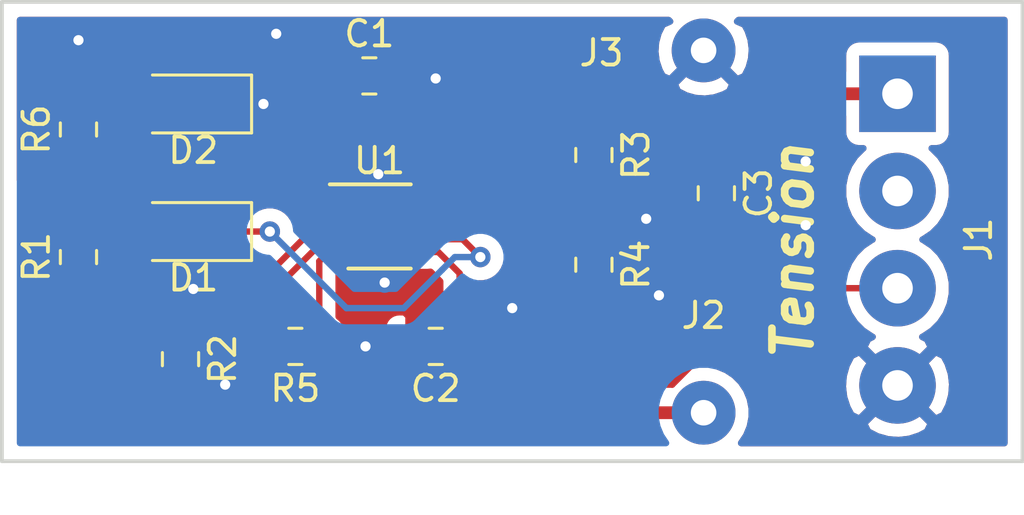
<source format=kicad_pcb>
(kicad_pcb (version 20171130) (host pcbnew "(5.1.0)-1")

  (general
    (thickness 1.6)
    (drawings 5)
    (tracks 86)
    (zones 0)
    (modules 15)
    (nets 14)
  )

  (page A4)
  (layers
    (0 F.Cu signal)
    (31 B.Cu signal)
    (32 B.Adhes user)
    (33 F.Adhes user)
    (34 B.Paste user)
    (35 F.Paste user)
    (36 B.SilkS user)
    (37 F.SilkS user)
    (38 B.Mask user)
    (39 F.Mask user)
    (40 Dwgs.User user)
    (41 Cmts.User user)
    (42 Eco1.User user)
    (43 Eco2.User user)
    (44 Edge.Cuts user)
    (45 Margin user)
    (46 B.CrtYd user)
    (47 F.CrtYd user)
    (48 B.Fab user)
    (49 F.Fab user)
  )

  (setup
    (last_trace_width 0.25)
    (trace_clearance 0.2)
    (zone_clearance 0.508)
    (zone_45_only no)
    (trace_min 0.2)
    (via_size 0.8)
    (via_drill 0.4)
    (via_min_size 0.4)
    (via_min_drill 0.3)
    (uvia_size 0.3)
    (uvia_drill 0.1)
    (uvias_allowed no)
    (uvia_min_size 0.2)
    (uvia_min_drill 0.1)
    (edge_width 0.05)
    (segment_width 0.2)
    (pcb_text_width 0.3)
    (pcb_text_size 1.5 1.5)
    (mod_edge_width 0.12)
    (mod_text_size 1 1)
    (mod_text_width 0.15)
    (pad_size 1.524 1.524)
    (pad_drill 0.762)
    (pad_to_mask_clearance 0.051)
    (solder_mask_min_width 0.25)
    (aux_axis_origin 0 0)
    (visible_elements 7FFFFFFF)
    (pcbplotparams
      (layerselection 0x010fc_ffffffff)
      (usegerberextensions false)
      (usegerberattributes false)
      (usegerberadvancedattributes false)
      (creategerberjobfile false)
      (excludeedgelayer true)
      (linewidth 0.100000)
      (plotframeref false)
      (viasonmask false)
      (mode 1)
      (useauxorigin false)
      (hpglpennumber 1)
      (hpglpenspeed 20)
      (hpglpendiameter 15.000000)
      (psnegative false)
      (psa4output false)
      (plotreference true)
      (plotvalue true)
      (plotinvisibletext false)
      (padsonsilk false)
      (subtractmaskfromsilk false)
      (outputformat 1)
      (mirror false)
      (drillshape 0)
      (scaleselection 1)
      (outputdirectory "Gerber/"))
  )

  (net 0 "")
  (net 1 GND)
  (net 2 "Net-(D1-Pad2)")
  (net 3 "Net-(R4-Pad2)")
  (net 4 "Net-(R5-Pad2)")
  (net 5 "Net-(J1-Pad2)")
  (net 6 /Vbat)
  (net 7 "Net-(D2-Pad2)")
  (net 8 /Vsupply)
  (net 9 /NTC)
  (net 10 /VFB)
  (net 11 /Timer)
  (net 12 /CHRG)
  (net 13 /I_prog)

  (net_class Default "This is the default net class."
    (clearance 0.2)
    (trace_width 0.25)
    (via_dia 0.8)
    (via_drill 0.4)
    (uvia_dia 0.3)
    (uvia_drill 0.1)
    (add_net /CHRG)
    (add_net /I_prog)
    (add_net /NTC)
    (add_net /Timer)
    (add_net /VFB)
    (add_net /Vbat)
    (add_net /Vsupply)
    (add_net GND)
    (add_net "Net-(D1-Pad2)")
    (add_net "Net-(D2-Pad2)")
    (add_net "Net-(J1-Pad2)")
    (add_net "Net-(R4-Pad2)")
    (add_net "Net-(R5-Pad2)")
  )

  (module LED_SMD:LED_1206_3216Metric (layer F.Cu) (tedit 5B301BBE) (tstamp 5CE0AAC2)
    (at 147.5 68.5 180)
    (descr "LED SMD 1206 (3216 Metric), square (rectangular) end terminal, IPC_7351 nominal, (Body size source: http://www.tortai-tech.com/upload/download/2011102023233369053.pdf), generated with kicad-footprint-generator")
    (tags diode)
    (path /5C95F01C)
    (attr smd)
    (fp_text reference D1 (at 0 -1.82 180) (layer F.SilkS)
      (effects (font (size 1 1) (thickness 0.15)))
    )
    (fp_text value LED (at 0 1.82 180) (layer F.Fab)
      (effects (font (size 1 1) (thickness 0.15)))
    )
    (fp_text user %R (at 0 0 180) (layer F.Fab)
      (effects (font (size 0.8 0.8) (thickness 0.12)))
    )
    (fp_line (start 2.28 1.12) (end -2.28 1.12) (layer F.CrtYd) (width 0.05))
    (fp_line (start 2.28 -1.12) (end 2.28 1.12) (layer F.CrtYd) (width 0.05))
    (fp_line (start -2.28 -1.12) (end 2.28 -1.12) (layer F.CrtYd) (width 0.05))
    (fp_line (start -2.28 1.12) (end -2.28 -1.12) (layer F.CrtYd) (width 0.05))
    (fp_line (start -2.285 1.135) (end 1.6 1.135) (layer F.SilkS) (width 0.12))
    (fp_line (start -2.285 -1.135) (end -2.285 1.135) (layer F.SilkS) (width 0.12))
    (fp_line (start 1.6 -1.135) (end -2.285 -1.135) (layer F.SilkS) (width 0.12))
    (fp_line (start 1.6 0.8) (end 1.6 -0.8) (layer F.Fab) (width 0.1))
    (fp_line (start -1.6 0.8) (end 1.6 0.8) (layer F.Fab) (width 0.1))
    (fp_line (start -1.6 -0.4) (end -1.6 0.8) (layer F.Fab) (width 0.1))
    (fp_line (start -1.2 -0.8) (end -1.6 -0.4) (layer F.Fab) (width 0.1))
    (fp_line (start 1.6 -0.8) (end -1.2 -0.8) (layer F.Fab) (width 0.1))
    (pad 2 smd roundrect (at 1.4 0 180) (size 1.25 1.75) (layers F.Cu F.Paste F.Mask) (roundrect_rratio 0.2)
      (net 2 "Net-(D1-Pad2)"))
    (pad 1 smd roundrect (at -1.4 0 180) (size 1.25 1.75) (layers F.Cu F.Paste F.Mask) (roundrect_rratio 0.2)
      (net 12 /CHRG))
    (model ${KISYS3DMOD}/LED_SMD.3dshapes/LED_1206_3216Metric.wrl
      (at (xyz 0 0 0))
      (scale (xyz 1 1 1))
      (rotate (xyz 0 0 0))
    )
  )

  (module Resistor_SMD:R_0805_2012Metric (layer F.Cu) (tedit 5B36C52B) (tstamp 5CE09A90)
    (at 143 64.5 90)
    (descr "Resistor SMD 0805 (2012 Metric), square (rectangular) end terminal, IPC_7351 nominal, (Body size source: https://docs.google.com/spreadsheets/d/1BsfQQcO9C6DZCsRaXUlFlo91Tg2WpOkGARC1WS5S8t0/edit?usp=sharing), generated with kicad-footprint-generator")
    (tags resistor)
    (path /5CE2A075)
    (attr smd)
    (fp_text reference R6 (at 0 -1.65 90) (layer F.SilkS)
      (effects (font (size 1 1) (thickness 0.15)))
    )
    (fp_text value 5.23K (at 0 1.65 90) (layer F.Fab)
      (effects (font (size 1 1) (thickness 0.15)))
    )
    (fp_text user %R (at 0 0 90) (layer F.Fab)
      (effects (font (size 0.5 0.5) (thickness 0.08)))
    )
    (fp_line (start 1.68 0.95) (end -1.68 0.95) (layer F.CrtYd) (width 0.05))
    (fp_line (start 1.68 -0.95) (end 1.68 0.95) (layer F.CrtYd) (width 0.05))
    (fp_line (start -1.68 -0.95) (end 1.68 -0.95) (layer F.CrtYd) (width 0.05))
    (fp_line (start -1.68 0.95) (end -1.68 -0.95) (layer F.CrtYd) (width 0.05))
    (fp_line (start -0.258578 0.71) (end 0.258578 0.71) (layer F.SilkS) (width 0.12))
    (fp_line (start -0.258578 -0.71) (end 0.258578 -0.71) (layer F.SilkS) (width 0.12))
    (fp_line (start 1 0.6) (end -1 0.6) (layer F.Fab) (width 0.1))
    (fp_line (start 1 -0.6) (end 1 0.6) (layer F.Fab) (width 0.1))
    (fp_line (start -1 -0.6) (end 1 -0.6) (layer F.Fab) (width 0.1))
    (fp_line (start -1 0.6) (end -1 -0.6) (layer F.Fab) (width 0.1))
    (pad 2 smd roundrect (at 0.9375 0 90) (size 0.975 1.4) (layers F.Cu F.Paste F.Mask) (roundrect_rratio 0.25)
      (net 7 "Net-(D2-Pad2)"))
    (pad 1 smd roundrect (at -0.9375 0 90) (size 0.975 1.4) (layers F.Cu F.Paste F.Mask) (roundrect_rratio 0.25)
      (net 8 /Vsupply))
    (model ${KISYS3DMOD}/Resistor_SMD.3dshapes/R_0805_2012Metric.wrl
      (at (xyz 0 0 0))
      (scale (xyz 1 1 1))
      (rotate (xyz 0 0 0))
    )
  )

  (module LED_SMD:LED_1206_3216Metric (layer F.Cu) (tedit 5B301BBE) (tstamp 5CE099A3)
    (at 147.5 63.5 180)
    (descr "LED SMD 1206 (3216 Metric), square (rectangular) end terminal, IPC_7351 nominal, (Body size source: http://www.tortai-tech.com/upload/download/2011102023233369053.pdf), generated with kicad-footprint-generator")
    (tags diode)
    (path /5CE2A06F)
    (attr smd)
    (fp_text reference D2 (at 0 -1.82 180) (layer F.SilkS)
      (effects (font (size 1 1) (thickness 0.15)))
    )
    (fp_text value LED (at 0 1.82 180) (layer F.Fab)
      (effects (font (size 1 1) (thickness 0.15)))
    )
    (fp_text user %R (at 0 0 180) (layer F.Fab)
      (effects (font (size 0.8 0.8) (thickness 0.12)))
    )
    (fp_line (start 2.28 1.12) (end -2.28 1.12) (layer F.CrtYd) (width 0.05))
    (fp_line (start 2.28 -1.12) (end 2.28 1.12) (layer F.CrtYd) (width 0.05))
    (fp_line (start -2.28 -1.12) (end 2.28 -1.12) (layer F.CrtYd) (width 0.05))
    (fp_line (start -2.28 1.12) (end -2.28 -1.12) (layer F.CrtYd) (width 0.05))
    (fp_line (start -2.285 1.135) (end 1.6 1.135) (layer F.SilkS) (width 0.12))
    (fp_line (start -2.285 -1.135) (end -2.285 1.135) (layer F.SilkS) (width 0.12))
    (fp_line (start 1.6 -1.135) (end -2.285 -1.135) (layer F.SilkS) (width 0.12))
    (fp_line (start 1.6 0.8) (end 1.6 -0.8) (layer F.Fab) (width 0.1))
    (fp_line (start -1.6 0.8) (end 1.6 0.8) (layer F.Fab) (width 0.1))
    (fp_line (start -1.6 -0.4) (end -1.6 0.8) (layer F.Fab) (width 0.1))
    (fp_line (start -1.2 -0.8) (end -1.6 -0.4) (layer F.Fab) (width 0.1))
    (fp_line (start 1.6 -0.8) (end -1.2 -0.8) (layer F.Fab) (width 0.1))
    (pad 2 smd roundrect (at 1.4 0 180) (size 1.25 1.75) (layers F.Cu F.Paste F.Mask) (roundrect_rratio 0.2)
      (net 7 "Net-(D2-Pad2)"))
    (pad 1 smd roundrect (at -1.4 0 180) (size 1.25 1.75) (layers F.Cu F.Paste F.Mask) (roundrect_rratio 0.2)
      (net 1 GND))
    (model ${KISYS3DMOD}/LED_SMD.3dshapes/LED_1206_3216Metric.wrl
      (at (xyz 0 0 0))
      (scale (xyz 1 1 1))
      (rotate (xyz 0 0 0))
    )
  )

  (module Connector_Wire:SolderWirePad_1x04_P3.81mm_Drill1.2mm (layer F.Cu) (tedit 5AEE5FD1) (tstamp 5CE096CA)
    (at 175.1 63.1 270)
    (descr "Wire solder connection")
    (tags connector)
    (path /5CE09832)
    (attr virtual)
    (fp_text reference J1 (at 5.715 -3.175 270) (layer F.SilkS)
      (effects (font (size 1 1) (thickness 0.15)))
    )
    (fp_text value Conn_01x04 (at 5.715 3.175 270) (layer F.Fab)
      (effects (font (size 1 1) (thickness 0.15)))
    )
    (fp_line (start 13.43 2) (end -1.99 2) (layer F.CrtYd) (width 0.05))
    (fp_line (start 13.43 2) (end 13.43 -2) (layer F.CrtYd) (width 0.05))
    (fp_line (start -1.99 -2) (end -1.99 2) (layer F.CrtYd) (width 0.05))
    (fp_line (start -1.99 -2) (end 13.43 -2) (layer F.CrtYd) (width 0.05))
    (fp_text user %R (at 5.715 0 270) (layer F.Fab)
      (effects (font (size 1 1) (thickness 0.15)))
    )
    (pad 4 thru_hole circle (at 11.43 0 270) (size 2.99974 2.99974) (drill 1.19888) (layers *.Cu *.Mask)
      (net 1 GND))
    (pad 3 thru_hole circle (at 7.62 0 270) (size 2.99974 2.99974) (drill 1.19888) (layers *.Cu *.Mask)
      (net 9 /NTC))
    (pad 2 thru_hole circle (at 3.81 0 270) (size 2.99974 2.99974) (drill 1.19888) (layers *.Cu *.Mask)
      (net 5 "Net-(J1-Pad2)"))
    (pad 1 thru_hole rect (at 0 0 270) (size 2.99974 2.99974) (drill 1.19888) (layers *.Cu *.Mask)
      (net 6 /Vbat))
  )

  (module Capacitor_SMD:C_0805_2012Metric (layer F.Cu) (tedit 5B36C52B) (tstamp 5CE08ECE)
    (at 154.4 62.4)
    (descr "Capacitor SMD 0805 (2012 Metric), square (rectangular) end terminal, IPC_7351 nominal, (Body size source: https://docs.google.com/spreadsheets/d/1BsfQQcO9C6DZCsRaXUlFlo91Tg2WpOkGARC1WS5S8t0/edit?usp=sharing), generated with kicad-footprint-generator")
    (tags capacitor)
    (path /5C958815)
    (attr smd)
    (fp_text reference C1 (at 0 -1.65) (layer F.SilkS)
      (effects (font (size 1 1) (thickness 0.15)))
    )
    (fp_text value 1uF (at 0 1.65) (layer F.Fab)
      (effects (font (size 1 1) (thickness 0.15)))
    )
    (fp_text user %R (at 0 0) (layer F.Fab)
      (effects (font (size 0.5 0.5) (thickness 0.08)))
    )
    (fp_line (start 1.68 0.95) (end -1.68 0.95) (layer F.CrtYd) (width 0.05))
    (fp_line (start 1.68 -0.95) (end 1.68 0.95) (layer F.CrtYd) (width 0.05))
    (fp_line (start -1.68 -0.95) (end 1.68 -0.95) (layer F.CrtYd) (width 0.05))
    (fp_line (start -1.68 0.95) (end -1.68 -0.95) (layer F.CrtYd) (width 0.05))
    (fp_line (start -0.258578 0.71) (end 0.258578 0.71) (layer F.SilkS) (width 0.12))
    (fp_line (start -0.258578 -0.71) (end 0.258578 -0.71) (layer F.SilkS) (width 0.12))
    (fp_line (start 1 0.6) (end -1 0.6) (layer F.Fab) (width 0.1))
    (fp_line (start 1 -0.6) (end 1 0.6) (layer F.Fab) (width 0.1))
    (fp_line (start -1 -0.6) (end 1 -0.6) (layer F.Fab) (width 0.1))
    (fp_line (start -1 0.6) (end -1 -0.6) (layer F.Fab) (width 0.1))
    (pad 2 smd roundrect (at 0.9375 0) (size 0.975 1.4) (layers F.Cu F.Paste F.Mask) (roundrect_rratio 0.25)
      (net 1 GND))
    (pad 1 smd roundrect (at -0.9375 0) (size 0.975 1.4) (layers F.Cu F.Paste F.Mask) (roundrect_rratio 0.25)
      (net 8 /Vsupply))
    (model ${KISYS3DMOD}/Capacitor_SMD.3dshapes/C_0805_2012Metric.wrl
      (at (xyz 0 0 0))
      (scale (xyz 1 1 1))
      (rotate (xyz 0 0 0))
    )
  )

  (module Capacitor_SMD:C_0805_2012Metric (layer F.Cu) (tedit 5B36C52B) (tstamp 5CE0921B)
    (at 157 73 180)
    (descr "Capacitor SMD 0805 (2012 Metric), square (rectangular) end terminal, IPC_7351 nominal, (Body size source: https://docs.google.com/spreadsheets/d/1BsfQQcO9C6DZCsRaXUlFlo91Tg2WpOkGARC1WS5S8t0/edit?usp=sharing), generated with kicad-footprint-generator")
    (tags capacitor)
    (path /5C9693EA)
    (attr smd)
    (fp_text reference C2 (at 0 -1.65 180) (layer F.SilkS)
      (effects (font (size 1 1) (thickness 0.15)))
    )
    (fp_text value .22uF (at 0 1.65 270) (layer F.Fab)
      (effects (font (size 1 1) (thickness 0.15)))
    )
    (fp_text user %R (at 0 0 180) (layer F.Fab)
      (effects (font (size 0.5 0.5) (thickness 0.08)))
    )
    (fp_line (start 1.68 0.95) (end -1.68 0.95) (layer F.CrtYd) (width 0.05))
    (fp_line (start 1.68 -0.95) (end 1.68 0.95) (layer F.CrtYd) (width 0.05))
    (fp_line (start -1.68 -0.95) (end 1.68 -0.95) (layer F.CrtYd) (width 0.05))
    (fp_line (start -1.68 0.95) (end -1.68 -0.95) (layer F.CrtYd) (width 0.05))
    (fp_line (start -0.258578 0.71) (end 0.258578 0.71) (layer F.SilkS) (width 0.12))
    (fp_line (start -0.258578 -0.71) (end 0.258578 -0.71) (layer F.SilkS) (width 0.12))
    (fp_line (start 1 0.6) (end -1 0.6) (layer F.Fab) (width 0.1))
    (fp_line (start 1 -0.6) (end 1 0.6) (layer F.Fab) (width 0.1))
    (fp_line (start -1 -0.6) (end 1 -0.6) (layer F.Fab) (width 0.1))
    (fp_line (start -1 0.6) (end -1 -0.6) (layer F.Fab) (width 0.1))
    (pad 2 smd roundrect (at 0.9375 0 180) (size 0.975 1.4) (layers F.Cu F.Paste F.Mask) (roundrect_rratio 0.25)
      (net 1 GND))
    (pad 1 smd roundrect (at -0.9375 0 180) (size 0.975 1.4) (layers F.Cu F.Paste F.Mask) (roundrect_rratio 0.25)
      (net 11 /Timer))
    (model ${KISYS3DMOD}/Capacitor_SMD.3dshapes/C_0805_2012Metric.wrl
      (at (xyz 0 0 0))
      (scale (xyz 1 1 1))
      (rotate (xyz 0 0 0))
    )
  )

  (module Resistor_SMD:R_0805_2012Metric (layer F.Cu) (tedit 5B36C52B) (tstamp 5CE0ABD0)
    (at 143 69.5 90)
    (descr "Resistor SMD 0805 (2012 Metric), square (rectangular) end terminal, IPC_7351 nominal, (Body size source: https://docs.google.com/spreadsheets/d/1BsfQQcO9C6DZCsRaXUlFlo91Tg2WpOkGARC1WS5S8t0/edit?usp=sharing), generated with kicad-footprint-generator")
    (tags resistor)
    (path /5C9634A2)
    (attr smd)
    (fp_text reference R1 (at 0 -1.65 90) (layer F.SilkS)
      (effects (font (size 1 1) (thickness 0.15)))
    )
    (fp_text value 5.6K (at 0 1.65 90) (layer F.Fab)
      (effects (font (size 1 1) (thickness 0.15)))
    )
    (fp_text user %R (at 0 0 90) (layer F.Fab)
      (effects (font (size 0.5 0.5) (thickness 0.08)))
    )
    (fp_line (start 1.68 0.95) (end -1.68 0.95) (layer F.CrtYd) (width 0.05))
    (fp_line (start 1.68 -0.95) (end 1.68 0.95) (layer F.CrtYd) (width 0.05))
    (fp_line (start -1.68 -0.95) (end 1.68 -0.95) (layer F.CrtYd) (width 0.05))
    (fp_line (start -1.68 0.95) (end -1.68 -0.95) (layer F.CrtYd) (width 0.05))
    (fp_line (start -0.258578 0.71) (end 0.258578 0.71) (layer F.SilkS) (width 0.12))
    (fp_line (start -0.258578 -0.71) (end 0.258578 -0.71) (layer F.SilkS) (width 0.12))
    (fp_line (start 1 0.6) (end -1 0.6) (layer F.Fab) (width 0.1))
    (fp_line (start 1 -0.6) (end 1 0.6) (layer F.Fab) (width 0.1))
    (fp_line (start -1 -0.6) (end 1 -0.6) (layer F.Fab) (width 0.1))
    (fp_line (start -1 0.6) (end -1 -0.6) (layer F.Fab) (width 0.1))
    (pad 2 smd roundrect (at 0.9375 0 90) (size 0.975 1.4) (layers F.Cu F.Paste F.Mask) (roundrect_rratio 0.25)
      (net 2 "Net-(D1-Pad2)"))
    (pad 1 smd roundrect (at -0.9375 0 90) (size 0.975 1.4) (layers F.Cu F.Paste F.Mask) (roundrect_rratio 0.25)
      (net 8 /Vsupply))
    (model ${KISYS3DMOD}/Resistor_SMD.3dshapes/R_0805_2012Metric.wrl
      (at (xyz 0 0 0))
      (scale (xyz 1 1 1))
      (rotate (xyz 0 0 0))
    )
  )

  (module Resistor_SMD:R_0805_2012Metric (layer F.Cu) (tedit 5B36C52B) (tstamp 5CE0AC43)
    (at 147 73.5 270)
    (descr "Resistor SMD 0805 (2012 Metric), square (rectangular) end terminal, IPC_7351 nominal, (Body size source: https://docs.google.com/spreadsheets/d/1BsfQQcO9C6DZCsRaXUlFlo91Tg2WpOkGARC1WS5S8t0/edit?usp=sharing), generated with kicad-footprint-generator")
    (tags resistor)
    (path /5C9623D2)
    (attr smd)
    (fp_text reference R2 (at 0 -1.65 270) (layer F.SilkS)
      (effects (font (size 1 1) (thickness 0.15)))
    )
    (fp_text value 3K (at 0 1.65 270) (layer F.Fab)
      (effects (font (size 1 1) (thickness 0.15)))
    )
    (fp_text user %R (at 0 0 90) (layer F.Fab)
      (effects (font (size 0.5 0.5) (thickness 0.08)))
    )
    (fp_line (start 1.68 0.95) (end -1.68 0.95) (layer F.CrtYd) (width 0.05))
    (fp_line (start 1.68 -0.95) (end 1.68 0.95) (layer F.CrtYd) (width 0.05))
    (fp_line (start -1.68 -0.95) (end 1.68 -0.95) (layer F.CrtYd) (width 0.05))
    (fp_line (start -1.68 0.95) (end -1.68 -0.95) (layer F.CrtYd) (width 0.05))
    (fp_line (start -0.258578 0.71) (end 0.258578 0.71) (layer F.SilkS) (width 0.12))
    (fp_line (start -0.258578 -0.71) (end 0.258578 -0.71) (layer F.SilkS) (width 0.12))
    (fp_line (start 1 0.6) (end -1 0.6) (layer F.Fab) (width 0.1))
    (fp_line (start 1 -0.6) (end 1 0.6) (layer F.Fab) (width 0.1))
    (fp_line (start -1 -0.6) (end 1 -0.6) (layer F.Fab) (width 0.1))
    (fp_line (start -1 0.6) (end -1 -0.6) (layer F.Fab) (width 0.1))
    (pad 2 smd roundrect (at 0.9375 0 270) (size 0.975 1.4) (layers F.Cu F.Paste F.Mask) (roundrect_rratio 0.25)
      (net 1 GND))
    (pad 1 smd roundrect (at -0.9375 0 270) (size 0.975 1.4) (layers F.Cu F.Paste F.Mask) (roundrect_rratio 0.25)
      (net 13 /I_prog))
    (model ${KISYS3DMOD}/Resistor_SMD.3dshapes/R_0805_2012Metric.wrl
      (at (xyz 0 0 0))
      (scale (xyz 1 1 1))
      (rotate (xyz 0 0 0))
    )
  )

  (module Resistor_SMD:R_0805_2012Metric (layer F.Cu) (tedit 5B36C52B) (tstamp 5CE0B1C9)
    (at 163.2 65.5 270)
    (descr "Resistor SMD 0805 (2012 Metric), square (rectangular) end terminal, IPC_7351 nominal, (Body size source: https://docs.google.com/spreadsheets/d/1BsfQQcO9C6DZCsRaXUlFlo91Tg2WpOkGARC1WS5S8t0/edit?usp=sharing), generated with kicad-footprint-generator")
    (tags resistor)
    (path /5C95D10C)
    (attr smd)
    (fp_text reference R3 (at 0 -1.65 270) (layer F.SilkS)
      (effects (font (size 1 1) (thickness 0.15)))
    )
    (fp_text value 2.55M (at 0 1.65 270) (layer F.Fab)
      (effects (font (size 1 1) (thickness 0.15)))
    )
    (fp_text user %R (at 0 0 270) (layer F.Fab)
      (effects (font (size 0.5 0.5) (thickness 0.08)))
    )
    (fp_line (start 1.68 0.95) (end -1.68 0.95) (layer F.CrtYd) (width 0.05))
    (fp_line (start 1.68 -0.95) (end 1.68 0.95) (layer F.CrtYd) (width 0.05))
    (fp_line (start -1.68 -0.95) (end 1.68 -0.95) (layer F.CrtYd) (width 0.05))
    (fp_line (start -1.68 0.95) (end -1.68 -0.95) (layer F.CrtYd) (width 0.05))
    (fp_line (start -0.258578 0.71) (end 0.258578 0.71) (layer F.SilkS) (width 0.12))
    (fp_line (start -0.258578 -0.71) (end 0.258578 -0.71) (layer F.SilkS) (width 0.12))
    (fp_line (start 1 0.6) (end -1 0.6) (layer F.Fab) (width 0.1))
    (fp_line (start 1 -0.6) (end 1 0.6) (layer F.Fab) (width 0.1))
    (fp_line (start -1 -0.6) (end 1 -0.6) (layer F.Fab) (width 0.1))
    (fp_line (start -1 0.6) (end -1 -0.6) (layer F.Fab) (width 0.1))
    (pad 2 smd roundrect (at 0.9375 0 270) (size 0.975 1.4) (layers F.Cu F.Paste F.Mask) (roundrect_rratio 0.25)
      (net 10 /VFB))
    (pad 1 smd roundrect (at -0.9375 0 270) (size 0.975 1.4) (layers F.Cu F.Paste F.Mask) (roundrect_rratio 0.25)
      (net 6 /Vbat))
    (model ${KISYS3DMOD}/Resistor_SMD.3dshapes/R_0805_2012Metric.wrl
      (at (xyz 0 0 0))
      (scale (xyz 1 1 1))
      (rotate (xyz 0 0 0))
    )
  )

  (module Resistor_SMD:R_0805_2012Metric (layer F.Cu) (tedit 5B36C52B) (tstamp 5CE0B199)
    (at 163.2 69.8 270)
    (descr "Resistor SMD 0805 (2012 Metric), square (rectangular) end terminal, IPC_7351 nominal, (Body size source: https://docs.google.com/spreadsheets/d/1BsfQQcO9C6DZCsRaXUlFlo91Tg2WpOkGARC1WS5S8t0/edit?usp=sharing), generated with kicad-footprint-generator")
    (tags resistor)
    (path /5C95E01F)
    (attr smd)
    (fp_text reference R4 (at 0 -1.65 270) (layer F.SilkS)
      (effects (font (size 1 1) (thickness 0.15)))
    )
    (fp_text value 261K (at 0 1.65 270) (layer F.Fab)
      (effects (font (size 1 1) (thickness 0.15)))
    )
    (fp_text user %R (at 0 0 270) (layer F.Fab)
      (effects (font (size 0.5 0.5) (thickness 0.08)))
    )
    (fp_line (start 1.68 0.95) (end -1.68 0.95) (layer F.CrtYd) (width 0.05))
    (fp_line (start 1.68 -0.95) (end 1.68 0.95) (layer F.CrtYd) (width 0.05))
    (fp_line (start -1.68 -0.95) (end 1.68 -0.95) (layer F.CrtYd) (width 0.05))
    (fp_line (start -1.68 0.95) (end -1.68 -0.95) (layer F.CrtYd) (width 0.05))
    (fp_line (start -0.258578 0.71) (end 0.258578 0.71) (layer F.SilkS) (width 0.12))
    (fp_line (start -0.258578 -0.71) (end 0.258578 -0.71) (layer F.SilkS) (width 0.12))
    (fp_line (start 1 0.6) (end -1 0.6) (layer F.Fab) (width 0.1))
    (fp_line (start 1 -0.6) (end 1 0.6) (layer F.Fab) (width 0.1))
    (fp_line (start -1 -0.6) (end 1 -0.6) (layer F.Fab) (width 0.1))
    (fp_line (start -1 0.6) (end -1 -0.6) (layer F.Fab) (width 0.1))
    (pad 2 smd roundrect (at 0.9375 0 270) (size 0.975 1.4) (layers F.Cu F.Paste F.Mask) (roundrect_rratio 0.25)
      (net 3 "Net-(R4-Pad2)"))
    (pad 1 smd roundrect (at -0.9375 0 270) (size 0.975 1.4) (layers F.Cu F.Paste F.Mask) (roundrect_rratio 0.25)
      (net 10 /VFB))
    (model ${KISYS3DMOD}/Resistor_SMD.3dshapes/R_0805_2012Metric.wrl
      (at (xyz 0 0 0))
      (scale (xyz 1 1 1))
      (rotate (xyz 0 0 0))
    )
  )

  (module Resistor_SMD:R_0805_2012Metric (layer F.Cu) (tedit 5B36C52B) (tstamp 5CE09123)
    (at 151.5 73 180)
    (descr "Resistor SMD 0805 (2012 Metric), square (rectangular) end terminal, IPC_7351 nominal, (Body size source: https://docs.google.com/spreadsheets/d/1BsfQQcO9C6DZCsRaXUlFlo91Tg2WpOkGARC1WS5S8t0/edit?usp=sharing), generated with kicad-footprint-generator")
    (tags resistor)
    (path /5C95BD50)
    (attr smd)
    (fp_text reference R5 (at 0 -1.65 180) (layer F.SilkS)
      (effects (font (size 1 1) (thickness 0.15)))
    )
    (fp_text value 10K (at 0 1.65 180) (layer F.Fab)
      (effects (font (size 1 1) (thickness 0.15)))
    )
    (fp_text user %R (at 0 0 180) (layer F.Fab)
      (effects (font (size 0.5 0.5) (thickness 0.08)))
    )
    (fp_line (start 1.68 0.95) (end -1.68 0.95) (layer F.CrtYd) (width 0.05))
    (fp_line (start 1.68 -0.95) (end 1.68 0.95) (layer F.CrtYd) (width 0.05))
    (fp_line (start -1.68 -0.95) (end 1.68 -0.95) (layer F.CrtYd) (width 0.05))
    (fp_line (start -1.68 0.95) (end -1.68 -0.95) (layer F.CrtYd) (width 0.05))
    (fp_line (start -0.258578 0.71) (end 0.258578 0.71) (layer F.SilkS) (width 0.12))
    (fp_line (start -0.258578 -0.71) (end 0.258578 -0.71) (layer F.SilkS) (width 0.12))
    (fp_line (start 1 0.6) (end -1 0.6) (layer F.Fab) (width 0.1))
    (fp_line (start 1 -0.6) (end 1 0.6) (layer F.Fab) (width 0.1))
    (fp_line (start -1 -0.6) (end 1 -0.6) (layer F.Fab) (width 0.1))
    (fp_line (start -1 0.6) (end -1 -0.6) (layer F.Fab) (width 0.1))
    (pad 2 smd roundrect (at 0.9375 0 180) (size 0.975 1.4) (layers F.Cu F.Paste F.Mask) (roundrect_rratio 0.25)
      (net 4 "Net-(R5-Pad2)"))
    (pad 1 smd roundrect (at -0.9375 0 180) (size 0.975 1.4) (layers F.Cu F.Paste F.Mask) (roundrect_rratio 0.25)
      (net 9 /NTC))
    (model ${KISYS3DMOD}/Resistor_SMD.3dshapes/R_0805_2012Metric.wrl
      (at (xyz 0 0 0))
      (scale (xyz 1 1 1))
      (rotate (xyz 0 0 0))
    )
  )

  (module Package_DFN_QFN:DFN-10-1EP_3x3mm_P0.5mm_EP1.55x2.48mm (layer F.Cu) (tedit 5A64BE60) (tstamp 5C957476)
    (at 154.8 68.3)
    (descr "10-Lead Plastic Dual Flat, No Lead Package (MF) - 3x3x0.9 mm Body [DFN] (see Microchip Packaging Specification 00000049BS.pdf)")
    (tags "DFN 0.5")
    (path /5C9561E9)
    (attr smd)
    (fp_text reference U1 (at 0 -2.575) (layer F.SilkS)
      (effects (font (size 1 1) (thickness 0.15)))
    )
    (fp_text value LTC4079 (at 0 2.575) (layer F.Fab)
      (effects (font (size 1 1) (thickness 0.15)))
    )
    (fp_line (start -1.95 -1.65) (end 1.225 -1.65) (layer F.SilkS) (width 0.15))
    (fp_line (start -1.225 1.65) (end 1.225 1.65) (layer F.SilkS) (width 0.15))
    (fp_line (start -2.15 1.85) (end 2.15 1.85) (layer F.CrtYd) (width 0.05))
    (fp_line (start -2.15 -1.85) (end 2.15 -1.85) (layer F.CrtYd) (width 0.05))
    (fp_line (start 2.15 -1.85) (end 2.15 1.85) (layer F.CrtYd) (width 0.05))
    (fp_line (start -2.15 -1.85) (end -2.15 1.85) (layer F.CrtYd) (width 0.05))
    (fp_line (start -1.5 -0.5) (end -0.5 -1.5) (layer F.Fab) (width 0.15))
    (fp_line (start -1.5 1.5) (end -1.5 -0.5) (layer F.Fab) (width 0.15))
    (fp_line (start 1.5 1.5) (end -1.5 1.5) (layer F.Fab) (width 0.15))
    (fp_line (start 1.5 -1.5) (end 1.5 1.5) (layer F.Fab) (width 0.15))
    (fp_line (start -0.5 -1.5) (end 1.5 -1.5) (layer F.Fab) (width 0.15))
    (fp_text user %R (at 0 0) (layer F.Fab)
      (effects (font (size 0.7 0.7) (thickness 0.105)))
    )
    (pad "" smd rect (at 0.3875 0.62) (size 0.6 1.05) (layers F.Paste))
    (pad "" smd rect (at -0.3875 0.62) (size 0.6 1.05) (layers F.Paste))
    (pad "" smd rect (at -0.3875 -0.62) (size 0.6 1.05) (layers F.Paste))
    (pad 11 smd rect (at 0 0) (size 1.55 2.48) (layers F.Cu F.Mask)
      (net 1 GND))
    (pad "" smd rect (at 0.3875 -0.62) (size 0.6 1.05) (layers F.Paste))
    (pad 10 smd rect (at 1.55 -1) (size 0.65 0.3) (layers F.Cu F.Paste F.Mask)
      (net 6 /Vbat))
    (pad 9 smd rect (at 1.55 -0.5) (size 0.65 0.3) (layers F.Cu F.Paste F.Mask)
      (net 10 /VFB))
    (pad 8 smd rect (at 1.55 0) (size 0.65 0.3) (layers F.Cu F.Paste F.Mask)
      (net 3 "Net-(R4-Pad2)"))
    (pad 7 smd rect (at 1.55 0.5) (size 0.65 0.3) (layers F.Cu F.Paste F.Mask)
      (net 12 /CHRG))
    (pad 6 smd rect (at 1.55 1) (size 0.65 0.3) (layers F.Cu F.Paste F.Mask)
      (net 11 /Timer))
    (pad 5 smd rect (at -1.55 1) (size 0.65 0.3) (layers F.Cu F.Paste F.Mask)
      (net 9 /NTC))
    (pad 4 smd rect (at -1.55 0.5) (size 0.65 0.3) (layers F.Cu F.Paste F.Mask)
      (net 4 "Net-(R5-Pad2)"))
    (pad 3 smd rect (at -1.55 0) (size 0.65 0.3) (layers F.Cu F.Paste F.Mask)
      (net 13 /I_prog))
    (pad 2 smd rect (at -1.55 -0.5) (size 0.65 0.3) (layers F.Cu F.Paste F.Mask)
      (net 8 /Vsupply))
    (pad 1 smd rect (at -1.55 -1) (size 0.65 0.3) (layers F.Cu F.Paste F.Mask)
      (net 8 /Vsupply))
    (model ${KISYS3DMOD}/Package_DFN_QFN.3dshapes/DFN-10-1EP_3x3mm_P0.5mm_EP1.55x2.48mm.wrl
      (at (xyz 0 0 0))
      (scale (xyz 1 1 1))
      (rotate (xyz 0 0 0))
    )
  )

  (module Connector_Wire:SolderWirePad_1x01_Drill1mm (layer F.Cu) (tedit 5AEE5EBE) (tstamp 5CE08C9F)
    (at 167.5 75.6)
    (descr "Wire solder connection")
    (tags connector)
    (path /5CE073AD)
    (attr virtual)
    (fp_text reference J2 (at 0 -3.81) (layer F.SilkS)
      (effects (font (size 1 1) (thickness 0.15)))
    )
    (fp_text value Conn_01x01 (at 0 3.175) (layer F.Fab)
      (effects (font (size 1 1) (thickness 0.15)))
    )
    (fp_line (start 1.75 1.75) (end -1.75 1.75) (layer F.CrtYd) (width 0.05))
    (fp_line (start 1.75 1.75) (end 1.75 -1.75) (layer F.CrtYd) (width 0.05))
    (fp_line (start -1.75 -1.75) (end -1.75 1.75) (layer F.CrtYd) (width 0.05))
    (fp_line (start -1.75 -1.75) (end 1.75 -1.75) (layer F.CrtYd) (width 0.05))
    (fp_text user %R (at 0 0) (layer F.Fab)
      (effects (font (size 1 1) (thickness 0.15)))
    )
    (pad 1 thru_hole circle (at 0 0) (size 2.49936 2.49936) (drill 1.00076) (layers *.Cu *.Mask)
      (net 8 /Vsupply))
  )

  (module Connector_Wire:SolderWirePad_1x01_Drill1mm (layer F.Cu) (tedit 5AEE5EBE) (tstamp 5CE08DA7)
    (at 167.5 61.4)
    (descr "Wire solder connection")
    (tags connector)
    (path /5CE082FC)
    (attr virtual)
    (fp_text reference J3 (at -4 0.1) (layer F.SilkS)
      (effects (font (size 1 1) (thickness 0.15)))
    )
    (fp_text value Conn_01x01 (at 0 3.175) (layer F.Fab)
      (effects (font (size 1 1) (thickness 0.15)))
    )
    (fp_line (start 1.75 1.75) (end -1.75 1.75) (layer F.CrtYd) (width 0.05))
    (fp_line (start 1.75 1.75) (end 1.75 -1.75) (layer F.CrtYd) (width 0.05))
    (fp_line (start -1.75 -1.75) (end -1.75 1.75) (layer F.CrtYd) (width 0.05))
    (fp_line (start -1.75 -1.75) (end 1.75 -1.75) (layer F.CrtYd) (width 0.05))
    (fp_text user %R (at 0 0) (layer F.Fab)
      (effects (font (size 1 1) (thickness 0.15)))
    )
    (pad 1 thru_hole circle (at 0 0) (size 2.49936 2.49936) (drill 1.00076) (layers *.Cu *.Mask)
      (net 1 GND))
  )

  (module Capacitor_SMD:C_0805_2012Metric (layer F.Cu) (tedit 5B36C52B) (tstamp 5CE092BD)
    (at 168 67 270)
    (descr "Capacitor SMD 0805 (2012 Metric), square (rectangular) end terminal, IPC_7351 nominal, (Body size source: https://docs.google.com/spreadsheets/d/1BsfQQcO9C6DZCsRaXUlFlo91Tg2WpOkGARC1WS5S8t0/edit?usp=sharing), generated with kicad-footprint-generator")
    (tags capacitor)
    (path /5CE2031E)
    (attr smd)
    (fp_text reference C3 (at 0 -1.65 270) (layer F.SilkS)
      (effects (font (size 1 1) (thickness 0.15)))
    )
    (fp_text value 1uF (at 0 1.65 270) (layer F.Fab)
      (effects (font (size 1 1) (thickness 0.15)))
    )
    (fp_text user %R (at 0 0 270) (layer F.Fab)
      (effects (font (size 0.5 0.5) (thickness 0.08)))
    )
    (fp_line (start 1.68 0.95) (end -1.68 0.95) (layer F.CrtYd) (width 0.05))
    (fp_line (start 1.68 -0.95) (end 1.68 0.95) (layer F.CrtYd) (width 0.05))
    (fp_line (start -1.68 -0.95) (end 1.68 -0.95) (layer F.CrtYd) (width 0.05))
    (fp_line (start -1.68 0.95) (end -1.68 -0.95) (layer F.CrtYd) (width 0.05))
    (fp_line (start -0.258578 0.71) (end 0.258578 0.71) (layer F.SilkS) (width 0.12))
    (fp_line (start -0.258578 -0.71) (end 0.258578 -0.71) (layer F.SilkS) (width 0.12))
    (fp_line (start 1 0.6) (end -1 0.6) (layer F.Fab) (width 0.1))
    (fp_line (start 1 -0.6) (end 1 0.6) (layer F.Fab) (width 0.1))
    (fp_line (start -1 -0.6) (end 1 -0.6) (layer F.Fab) (width 0.1))
    (fp_line (start -1 0.6) (end -1 -0.6) (layer F.Fab) (width 0.1))
    (pad 2 smd roundrect (at 0.9375 0 270) (size 0.975 1.4) (layers F.Cu F.Paste F.Mask) (roundrect_rratio 0.25)
      (net 1 GND))
    (pad 1 smd roundrect (at -0.9375 0 270) (size 0.975 1.4) (layers F.Cu F.Paste F.Mask) (roundrect_rratio 0.25)
      (net 6 /Vbat))
    (model ${KISYS3DMOD}/Capacitor_SMD.3dshapes/C_0805_2012Metric.wrl
      (at (xyz 0 0 0))
      (scale (xyz 1 1 1))
      (rotate (xyz 0 0 0))
    )
  )

  (gr_text Tension (at 171 69.25 90) (layer F.SilkS)
    (effects (font (size 1.5 1.5) (thickness 0.3) italic))
  )
  (gr_line (start 180 59.5) (end 140 59.5) (layer Edge.Cuts) (width 0.15) (tstamp 5CE03456))
  (gr_line (start 180 77.5) (end 180 59.5) (layer Edge.Cuts) (width 0.15) (tstamp 5CE0AD7D))
  (gr_line (start 140 77.5) (end 180 77.5) (layer Edge.Cuts) (width 0.15))
  (gr_line (start 140 59.5) (end 140 77.5) (layer Edge.Cuts) (width 0.15))

  (via (at 158.75 69.5) (size 0.8) (drill 0.4) (layers F.Cu B.Cu) (net 12) (tstamp 5CE0B635))
  (via (at 150.5 68.5) (size 0.8) (drill 0.4) (layers F.Cu B.Cu) (net 12))
  (via (at 157 62.5) (size 0.8) (drill 0.4) (layers F.Cu B.Cu) (net 1))
  (via (at 154.25 73) (size 0.8) (drill 0.4) (layers F.Cu B.Cu) (net 1))
  (via (at 148.75 74.5) (size 0.8) (drill 0.4) (layers F.Cu B.Cu) (net 1))
  (via (at 150.25 63.5) (size 0.8) (drill 0.4) (layers F.Cu B.Cu) (net 1))
  (via (at 155 70.5) (size 0.8) (drill 0.4) (layers F.Cu B.Cu) (net 1))
  (via (at 154.75 66.25) (size 0.8) (drill 0.4) (layers F.Cu B.Cu) (net 1))
  (via (at 171.5 65.75) (size 0.8) (drill 0.4) (layers F.Cu B.Cu) (net 1))
  (via (at 171.5 68.25) (size 0.8) (drill 0.4) (layers F.Cu B.Cu) (net 1))
  (via (at 160 71.5) (size 0.8) (drill 0.4) (layers F.Cu B.Cu) (net 1))
  (via (at 165.25 68) (size 0.8) (drill 0.4) (layers F.Cu B.Cu) (net 1))
  (via (at 165.75 71) (size 0.8) (drill 0.4) (layers F.Cu B.Cu) (net 1))
  (via (at 147.5 70.75) (size 0.8) (drill 0.4) (layers F.Cu B.Cu) (net 1))
  (via (at 143 61) (size 0.8) (drill 0.4) (layers F.Cu B.Cu) (net 1))
  (via (at 150.75 60.75) (size 0.8) (drill 0.4) (layers F.Cu B.Cu) (net 1))
  (segment (start 146.0375 68.5625) (end 146.1 68.5) (width 0.5) (layer F.Cu) (net 2))
  (segment (start 143 68.5625) (end 146.0375 68.5625) (width 0.5) (layer F.Cu) (net 2))
  (segment (start 161.6375 70.7375) (end 163.2 70.7375) (width 0.25) (layer F.Cu) (net 3))
  (segment (start 159.2 68.3) (end 161.6375 70.7375) (width 0.25) (layer F.Cu) (net 3))
  (segment (start 156.35 68.3) (end 159.2 68.3) (width 0.25) (layer F.Cu) (net 3))
  (segment (start 150.5625 72.2) (end 150.5625 73) (width 0.25) (layer F.Cu) (net 4))
  (segment (start 150.5625 70.90109) (end 150.5625 72.2) (width 0.25) (layer F.Cu) (net 4))
  (segment (start 152.66359 68.8) (end 150.5625 70.90109) (width 0.25) (layer F.Cu) (net 4))
  (segment (start 153.25 68.8) (end 152.66359 68.8) (width 0.25) (layer F.Cu) (net 4))
  (segment (start 163.2 64.5625) (end 160.3375 64.5625) (width 0.5) (layer F.Cu) (net 6))
  (segment (start 156.925 67.3) (end 156.35 67.3) (width 0.25) (layer F.Cu) (net 6))
  (segment (start 157.6 67.3) (end 156.925 67.3) (width 0.25) (layer F.Cu) (net 6))
  (segment (start 157.6 67.3) (end 158.9 66) (width 0.25) (layer F.Cu) (net 6))
  (segment (start 158.9 66) (end 160.3375 64.5625) (width 0.5) (layer F.Cu) (net 6))
  (segment (start 166.5 64.5625) (end 168 66.0625) (width 0.5) (layer F.Cu) (net 6))
  (segment (start 163.2 64.5625) (end 166.5 64.5625) (width 0.5) (layer F.Cu) (net 6))
  (segment (start 170.9625 63.1) (end 175.1 63.1) (width 0.5) (layer F.Cu) (net 6))
  (segment (start 168 66.0625) (end 170.9625 63.1) (width 0.5) (layer F.Cu) (net 6))
  (segment (start 146.0375 63.5625) (end 146.1 63.5) (width 0.5) (layer F.Cu) (net 7))
  (segment (start 143 63.5625) (end 146.0375 63.5625) (width 0.5) (layer F.Cu) (net 7))
  (segment (start 167.5 75.6) (end 144.1 75.6) (width 0.5) (layer F.Cu) (net 8))
  (segment (start 143 71.025) (end 143 70.4375) (width 0.5) (layer F.Cu) (net 8))
  (segment (start 143 74.5) (end 143 71.025) (width 0.5) (layer F.Cu) (net 8))
  (segment (start 144.1 75.6) (end 143 74.5) (width 0.5) (layer F.Cu) (net 8))
  (segment (start 142.2 70.4375) (end 141.4 69.6375) (width 0.5) (layer F.Cu) (net 8))
  (segment (start 143 70.4375) (end 142.2 70.4375) (width 0.5) (layer F.Cu) (net 8))
  (segment (start 141.4 67.0375) (end 143 65.4375) (width 0.5) (layer F.Cu) (net 8))
  (segment (start 141.4 69.6375) (end 141.4 67.0375) (width 0.5) (layer F.Cu) (net 8))
  (segment (start 143.8 65.4375) (end 143.8625 65.5) (width 0.5) (layer F.Cu) (net 8))
  (segment (start 143 65.4375) (end 143.8 65.4375) (width 0.5) (layer F.Cu) (net 8))
  (segment (start 150.3625 65.5) (end 153.4625 62.4) (width 0.5) (layer F.Cu) (net 8))
  (segment (start 143.8625 65.5) (end 150.3625 65.5) (width 0.5) (layer F.Cu) (net 8))
  (segment (start 153.25 67.3) (end 152.1 67.3) (width 0.25) (layer F.Cu) (net 8))
  (segment (start 152.1 67.3) (end 151.9 67.1) (width 0.25) (layer F.Cu) (net 8))
  (segment (start 152.1 67.7) (end 152.1 67.3) (width 0.25) (layer F.Cu) (net 8))
  (segment (start 153.25 67.8) (end 152.2 67.8) (width 0.25) (layer F.Cu) (net 8))
  (segment (start 152.2 67.8) (end 152.1 67.7) (width 0.25) (layer F.Cu) (net 8))
  (segment (start 153.4625 62.4) (end 153.4625 64.8375) (width 0.25) (layer F.Cu) (net 8))
  (segment (start 151.9 66.4) (end 151.9 67.1) (width 0.25) (layer F.Cu) (net 8))
  (segment (start 153.4625 64.8375) (end 151.9 66.4) (width 0.25) (layer F.Cu) (net 8))
  (segment (start 152.4375 69.6625) (end 152.4375 73) (width 0.25) (layer F.Cu) (net 9))
  (segment (start 153.25 69.3) (end 152.8 69.3) (width 0.25) (layer F.Cu) (net 9))
  (segment (start 152.8 69.3) (end 152.4375 69.6625) (width 0.25) (layer F.Cu) (net 9))
  (segment (start 170.049471 70.72) (end 166.269471 74.5) (width 0.25) (layer F.Cu) (net 9))
  (segment (start 175.1 70.72) (end 170.049471 70.72) (width 0.25) (layer F.Cu) (net 9))
  (segment (start 153.9375 74.5) (end 152.4375 73) (width 0.25) (layer F.Cu) (net 9))
  (segment (start 166.269471 74.5) (end 153.9375 74.5) (width 0.25) (layer F.Cu) (net 9))
  (segment (start 162.4 68.8625) (end 163.2 68.8625) (width 0.25) (layer F.Cu) (net 10))
  (segment (start 156.35 67.8) (end 157.286814 67.8) (width 0.25) (layer F.Cu) (net 10))
  (segment (start 157.73641 67.8) (end 163.2 67.8) (width 0.25) (layer F.Cu) (net 10))
  (segment (start 156.35 67.8) (end 157.73641 67.8) (width 0.25) (layer F.Cu) (net 10))
  (segment (start 163.2 66.4375) (end 163.2 67.8) (width 0.25) (layer F.Cu) (net 10))
  (segment (start 163.2 67.8) (end 163.2 68.8625) (width 0.25) (layer F.Cu) (net 10))
  (segment (start 157.9375 70.1375) (end 157.9375 73) (width 0.25) (layer F.Cu) (net 11))
  (segment (start 156.35 69.3) (end 157.1 69.3) (width 0.25) (layer F.Cu) (net 11))
  (segment (start 157.1 69.3) (end 157.9375 70.1375) (width 0.25) (layer F.Cu) (net 11))
  (segment (start 153.5 71.5) (end 150.5 68.5) (width 0.25) (layer B.Cu) (net 12))
  (segment (start 155.75 71.5) (end 153.5 71.5) (width 0.25) (layer B.Cu) (net 12))
  (segment (start 158.05 68.8) (end 158.75 69.5) (width 0.25) (layer F.Cu) (net 12))
  (segment (start 156.35 68.8) (end 158.05 68.8) (width 0.25) (layer F.Cu) (net 12))
  (segment (start 157.75 69.5) (end 157.25 70) (width 0.25) (layer B.Cu) (net 12))
  (segment (start 158.75 69.5) (end 157.75 69.5) (width 0.25) (layer B.Cu) (net 12))
  (segment (start 157.25 70) (end 155.75 71.5) (width 0.25) (layer B.Cu) (net 12))
  (segment (start 148.9 68.5) (end 150.5 68.5) (width 0.25) (layer F.Cu) (net 12))
  (segment (start 148.26468 72.5625) (end 147 72.5625) (width 0.25) (layer F.Cu) (net 13))
  (segment (start 149.2375 72.5625) (end 148.26468 72.5625) (width 0.25) (layer F.Cu) (net 13))
  (segment (start 149.7 72.1) (end 149.2375 72.5625) (width 0.25) (layer F.Cu) (net 13))
  (segment (start 149.7 70.9) (end 149.7 72.1) (width 0.25) (layer F.Cu) (net 13))
  (segment (start 152.3 68.3) (end 149.7 70.9) (width 0.25) (layer F.Cu) (net 13))
  (segment (start 153.25 68.3) (end 152.3 68.3) (width 0.25) (layer F.Cu) (net 13))

  (zone (net 1) (net_name GND) (layer B.Cu) (tstamp 5CE0BCCD) (hatch edge 0.508)
    (connect_pads (clearance 0.508))
    (min_thickness 0.254)
    (fill yes (arc_segments 32) (thermal_gap 0.508) (thermal_bridge_width 0.508))
    (polygon
      (pts
        (xy 140.25 59.75) (xy 179.75 59.75) (xy 179.75 77.25) (xy 140.25 77.25)
      )
    )
    (filled_polygon
      (pts
        (xy 166.186622 60.26623) (xy 165.896685 60.392104) (xy 165.730861 60.724262) (xy 165.633025 61.082387) (xy 165.606935 61.452719)
        (xy 165.653595 61.821025) (xy 165.771211 62.173151) (xy 165.896685 62.407896) (xy 166.186623 62.533771) (xy 167.320395 61.4)
        (xy 167.306252 61.385858) (xy 167.485858 61.206252) (xy 167.5 61.220395) (xy 167.514142 61.206252) (xy 167.693748 61.385858)
        (xy 167.679605 61.4) (xy 168.813377 62.533771) (xy 169.103315 62.407896) (xy 169.269139 62.075738) (xy 169.366975 61.717613)
        (xy 169.375251 61.60013) (xy 172.962058 61.60013) (xy 172.962058 64.59987) (xy 172.974318 64.724352) (xy 173.010628 64.84405)
        (xy 173.069593 64.954364) (xy 173.148945 65.051055) (xy 173.245636 65.130407) (xy 173.35595 65.189372) (xy 173.475648 65.225682)
        (xy 173.60013 65.237942) (xy 173.759747 65.237942) (xy 173.7391 65.251738) (xy 173.441738 65.5491) (xy 173.208103 65.89876)
        (xy 173.047172 66.287281) (xy 172.96513 66.699734) (xy 172.96513 67.120266) (xy 173.047172 67.532719) (xy 173.208103 67.92124)
        (xy 173.441738 68.2709) (xy 173.7391 68.568262) (xy 174.08876 68.801897) (xy 174.120393 68.815) (xy 174.08876 68.828103)
        (xy 173.7391 69.061738) (xy 173.441738 69.3591) (xy 173.208103 69.70876) (xy 173.047172 70.097281) (xy 172.96513 70.509734)
        (xy 172.96513 70.930266) (xy 173.047172 71.342719) (xy 173.208103 71.73124) (xy 173.441738 72.0809) (xy 173.7391 72.378262)
        (xy 174.08876 72.611897) (xy 174.124218 72.626584) (xy 173.94404 72.722892) (xy 173.788044 73.038439) (xy 175.1 74.350395)
        (xy 176.411956 73.038439) (xy 176.25596 72.722892) (xy 176.070824 72.628638) (xy 176.11124 72.611897) (xy 176.4609 72.378262)
        (xy 176.758262 72.0809) (xy 176.991897 71.73124) (xy 177.152828 71.342719) (xy 177.23487 70.930266) (xy 177.23487 70.509734)
        (xy 177.152828 70.097281) (xy 176.991897 69.70876) (xy 176.758262 69.3591) (xy 176.4609 69.061738) (xy 176.11124 68.828103)
        (xy 176.079607 68.815) (xy 176.11124 68.801897) (xy 176.4609 68.568262) (xy 176.758262 68.2709) (xy 176.991897 67.92124)
        (xy 177.152828 67.532719) (xy 177.23487 67.120266) (xy 177.23487 66.699734) (xy 177.152828 66.287281) (xy 176.991897 65.89876)
        (xy 176.758262 65.5491) (xy 176.4609 65.251738) (xy 176.440253 65.237942) (xy 176.59987 65.237942) (xy 176.724352 65.225682)
        (xy 176.84405 65.189372) (xy 176.954364 65.130407) (xy 177.051055 65.051055) (xy 177.130407 64.954364) (xy 177.189372 64.84405)
        (xy 177.225682 64.724352) (xy 177.237942 64.59987) (xy 177.237942 61.60013) (xy 177.225682 61.475648) (xy 177.189372 61.35595)
        (xy 177.130407 61.245636) (xy 177.051055 61.148945) (xy 176.954364 61.069593) (xy 176.84405 61.010628) (xy 176.724352 60.974318)
        (xy 176.59987 60.962058) (xy 173.60013 60.962058) (xy 173.475648 60.974318) (xy 173.35595 61.010628) (xy 173.245636 61.069593)
        (xy 173.148945 61.148945) (xy 173.069593 61.245636) (xy 173.010628 61.35595) (xy 172.974318 61.475648) (xy 172.962058 61.60013)
        (xy 169.375251 61.60013) (xy 169.393065 61.347281) (xy 169.346405 60.978975) (xy 169.228789 60.626849) (xy 169.103315 60.392104)
        (xy 168.813378 60.26623) (xy 168.869608 60.21) (xy 179.290001 60.21) (xy 179.29 76.79) (xy 168.971552 76.79)
        (xy 169.170182 76.492731) (xy 169.312253 76.149741) (xy 169.337749 76.021561) (xy 173.788044 76.021561) (xy 173.94404 76.337108)
        (xy 174.3188 76.527901) (xy 174.723582 76.641917) (xy 175.142829 76.674772) (xy 175.560431 76.625205) (xy 175.960339 76.495121)
        (xy 176.25596 76.337108) (xy 176.411956 76.021561) (xy 175.1 74.709605) (xy 173.788044 76.021561) (xy 169.337749 76.021561)
        (xy 169.38468 75.785625) (xy 169.38468 75.414375) (xy 169.312253 75.050259) (xy 169.170182 74.707269) (xy 169.080352 74.572829)
        (xy 172.955228 74.572829) (xy 173.004795 74.990431) (xy 173.134879 75.390339) (xy 173.292892 75.68596) (xy 173.608439 75.841956)
        (xy 174.920395 74.53) (xy 175.279605 74.53) (xy 176.591561 75.841956) (xy 176.907108 75.68596) (xy 177.097901 75.3112)
        (xy 177.211917 74.906418) (xy 177.244772 74.487171) (xy 177.195205 74.069569) (xy 177.065121 73.669661) (xy 176.907108 73.37404)
        (xy 176.591561 73.218044) (xy 175.279605 74.53) (xy 174.920395 74.53) (xy 173.608439 73.218044) (xy 173.292892 73.37404)
        (xy 173.102099 73.7488) (xy 172.988083 74.153582) (xy 172.955228 74.572829) (xy 169.080352 74.572829) (xy 168.963926 74.398587)
        (xy 168.701413 74.136074) (xy 168.392731 73.929818) (xy 168.049741 73.787747) (xy 167.685625 73.71532) (xy 167.314375 73.71532)
        (xy 166.950259 73.787747) (xy 166.607269 73.929818) (xy 166.298587 74.136074) (xy 166.036074 74.398587) (xy 165.829818 74.707269)
        (xy 165.687747 75.050259) (xy 165.61532 75.414375) (xy 165.61532 75.785625) (xy 165.687747 76.149741) (xy 165.829818 76.492731)
        (xy 166.028448 76.79) (xy 140.71 76.79) (xy 140.71 68.398061) (xy 149.465 68.398061) (xy 149.465 68.601939)
        (xy 149.504774 68.801898) (xy 149.582795 68.990256) (xy 149.696063 69.159774) (xy 149.840226 69.303937) (xy 150.009744 69.417205)
        (xy 150.198102 69.495226) (xy 150.398061 69.535) (xy 150.460199 69.535) (xy 152.936201 72.011003) (xy 152.959999 72.040001)
        (xy 153.075724 72.134974) (xy 153.207753 72.205546) (xy 153.351014 72.249003) (xy 153.462667 72.26) (xy 153.462675 72.26)
        (xy 153.5 72.263676) (xy 153.537325 72.26) (xy 155.712678 72.26) (xy 155.75 72.263676) (xy 155.787322 72.26)
        (xy 155.787333 72.26) (xy 155.898986 72.249003) (xy 156.042247 72.205546) (xy 156.174276 72.134974) (xy 156.290001 72.040001)
        (xy 156.313804 72.010997) (xy 157.813799 70.511003) (xy 157.813804 70.510997) (xy 158.055545 70.269256) (xy 158.090226 70.303937)
        (xy 158.259744 70.417205) (xy 158.448102 70.495226) (xy 158.648061 70.535) (xy 158.851939 70.535) (xy 159.051898 70.495226)
        (xy 159.240256 70.417205) (xy 159.409774 70.303937) (xy 159.553937 70.159774) (xy 159.667205 69.990256) (xy 159.745226 69.801898)
        (xy 159.785 69.601939) (xy 159.785 69.398061) (xy 159.745226 69.198102) (xy 159.667205 69.009744) (xy 159.553937 68.840226)
        (xy 159.409774 68.696063) (xy 159.240256 68.582795) (xy 159.051898 68.504774) (xy 158.851939 68.465) (xy 158.648061 68.465)
        (xy 158.448102 68.504774) (xy 158.259744 68.582795) (xy 158.090226 68.696063) (xy 158.046289 68.74) (xy 157.787325 68.74)
        (xy 157.75 68.736324) (xy 157.712675 68.74) (xy 157.712667 68.74) (xy 157.601014 68.750997) (xy 157.457753 68.794454)
        (xy 157.325724 68.865026) (xy 157.209999 68.959999) (xy 157.186196 68.989003) (xy 156.739003 69.436196) (xy 156.738997 69.436201)
        (xy 155.435199 70.74) (xy 153.814802 70.74) (xy 151.535 68.460199) (xy 151.535 68.398061) (xy 151.495226 68.198102)
        (xy 151.417205 68.009744) (xy 151.303937 67.840226) (xy 151.159774 67.696063) (xy 150.990256 67.582795) (xy 150.801898 67.504774)
        (xy 150.601939 67.465) (xy 150.398061 67.465) (xy 150.198102 67.504774) (xy 150.009744 67.582795) (xy 149.840226 67.696063)
        (xy 149.696063 67.840226) (xy 149.582795 68.009744) (xy 149.504774 68.198102) (xy 149.465 68.398061) (xy 140.71 68.398061)
        (xy 140.71 62.713377) (xy 166.366229 62.713377) (xy 166.492104 63.003315) (xy 166.824262 63.169139) (xy 167.182387 63.266975)
        (xy 167.552719 63.293065) (xy 167.921025 63.246405) (xy 168.273151 63.128789) (xy 168.507896 63.003315) (xy 168.633771 62.713377)
        (xy 167.5 61.579605) (xy 166.366229 62.713377) (xy 140.71 62.713377) (xy 140.71 60.21) (xy 166.130392 60.21)
      )
    )
  )
  (zone (net 1) (net_name GND) (layer F.Cu) (tstamp 5CE0BCCA) (hatch edge 0.508)
    (connect_pads (clearance 0.508))
    (min_thickness 0.254)
    (fill yes (arc_segments 32) (thermal_gap 0.508) (thermal_bridge_width 0.508))
    (polygon
      (pts
        (xy 140.25 59.75) (xy 179.75 59.75) (xy 179.75 77.25) (xy 140.25 77.25)
      )
    )
    (filled_polygon
      (pts
        (xy 166.186622 60.26623) (xy 165.896685 60.392104) (xy 165.730861 60.724262) (xy 165.633025 61.082387) (xy 165.606935 61.452719)
        (xy 165.653595 61.821025) (xy 165.771211 62.173151) (xy 165.896685 62.407896) (xy 166.186623 62.533771) (xy 167.320395 61.4)
        (xy 167.306252 61.385858) (xy 167.485858 61.206252) (xy 167.5 61.220395) (xy 167.514142 61.206252) (xy 167.693748 61.385858)
        (xy 167.679605 61.4) (xy 168.813377 62.533771) (xy 169.103315 62.407896) (xy 169.269139 62.075738) (xy 169.366975 61.717613)
        (xy 169.393065 61.347281) (xy 169.346405 60.978975) (xy 169.228789 60.626849) (xy 169.103315 60.392104) (xy 168.813378 60.26623)
        (xy 168.869608 60.21) (xy 179.290001 60.21) (xy 179.29 76.79) (xy 168.971552 76.79) (xy 169.170182 76.492731)
        (xy 169.312253 76.149741) (xy 169.337749 76.021561) (xy 173.788044 76.021561) (xy 173.94404 76.337108) (xy 174.3188 76.527901)
        (xy 174.723582 76.641917) (xy 175.142829 76.674772) (xy 175.560431 76.625205) (xy 175.960339 76.495121) (xy 176.25596 76.337108)
        (xy 176.411956 76.021561) (xy 175.1 74.709605) (xy 173.788044 76.021561) (xy 169.337749 76.021561) (xy 169.38468 75.785625)
        (xy 169.38468 75.414375) (xy 169.312253 75.050259) (xy 169.170182 74.707269) (xy 169.080352 74.572829) (xy 172.955228 74.572829)
        (xy 173.004795 74.990431) (xy 173.134879 75.390339) (xy 173.292892 75.68596) (xy 173.608439 75.841956) (xy 174.920395 74.53)
        (xy 175.279605 74.53) (xy 176.591561 75.841956) (xy 176.907108 75.68596) (xy 177.097901 75.3112) (xy 177.211917 74.906418)
        (xy 177.244772 74.487171) (xy 177.195205 74.069569) (xy 177.065121 73.669661) (xy 176.907108 73.37404) (xy 176.591561 73.218044)
        (xy 175.279605 74.53) (xy 174.920395 74.53) (xy 173.608439 73.218044) (xy 173.292892 73.37404) (xy 173.102099 73.7488)
        (xy 172.988083 74.153582) (xy 172.955228 74.572829) (xy 169.080352 74.572829) (xy 168.963926 74.398587) (xy 168.701413 74.136074)
        (xy 168.392731 73.929818) (xy 168.054538 73.789734) (xy 170.364273 71.48) (xy 173.104036 71.48) (xy 173.208103 71.73124)
        (xy 173.441738 72.0809) (xy 173.7391 72.378262) (xy 174.08876 72.611897) (xy 174.124218 72.626584) (xy 173.94404 72.722892)
        (xy 173.788044 73.038439) (xy 175.1 74.350395) (xy 176.411956 73.038439) (xy 176.25596 72.722892) (xy 176.070824 72.628638)
        (xy 176.11124 72.611897) (xy 176.4609 72.378262) (xy 176.758262 72.0809) (xy 176.991897 71.73124) (xy 177.152828 71.342719)
        (xy 177.23487 70.930266) (xy 177.23487 70.509734) (xy 177.152828 70.097281) (xy 176.991897 69.70876) (xy 176.758262 69.3591)
        (xy 176.4609 69.061738) (xy 176.11124 68.828103) (xy 176.079607 68.815) (xy 176.11124 68.801897) (xy 176.4609 68.568262)
        (xy 176.758262 68.2709) (xy 176.991897 67.92124) (xy 177.152828 67.532719) (xy 177.23487 67.120266) (xy 177.23487 66.699734)
        (xy 177.152828 66.287281) (xy 176.991897 65.89876) (xy 176.758262 65.5491) (xy 176.4609 65.251738) (xy 176.440253 65.237942)
        (xy 176.59987 65.237942) (xy 176.724352 65.225682) (xy 176.84405 65.189372) (xy 176.954364 65.130407) (xy 177.051055 65.051055)
        (xy 177.130407 64.954364) (xy 177.189372 64.84405) (xy 177.225682 64.724352) (xy 177.237942 64.59987) (xy 177.237942 61.60013)
        (xy 177.225682 61.475648) (xy 177.189372 61.35595) (xy 177.130407 61.245636) (xy 177.051055 61.148945) (xy 176.954364 61.069593)
        (xy 176.84405 61.010628) (xy 176.724352 60.974318) (xy 176.59987 60.962058) (xy 173.60013 60.962058) (xy 173.475648 60.974318)
        (xy 173.35595 61.010628) (xy 173.245636 61.069593) (xy 173.148945 61.148945) (xy 173.069593 61.245636) (xy 173.010628 61.35595)
        (xy 172.974318 61.475648) (xy 172.962058 61.60013) (xy 172.962058 62.215) (xy 171.005969 62.215) (xy 170.9625 62.210719)
        (xy 170.919031 62.215) (xy 170.919023 62.215) (xy 170.802159 62.22651) (xy 170.78901 62.227805) (xy 170.622186 62.278411)
        (xy 170.468441 62.360589) (xy 170.367453 62.443468) (xy 170.367451 62.44347) (xy 170.333683 62.471183) (xy 170.30597 62.504951)
        (xy 168 64.810922) (xy 167.156534 63.967456) (xy 167.128817 63.933683) (xy 166.994059 63.823089) (xy 166.840313 63.740911)
        (xy 166.67349 63.690305) (xy 166.543477 63.6775) (xy 166.543469 63.6775) (xy 166.5 63.673219) (xy 166.456531 63.6775)
        (xy 164.258215 63.6775) (xy 164.146164 63.585542) (xy 163.993709 63.504053) (xy 163.828285 63.453872) (xy 163.65625 63.436928)
        (xy 162.74375 63.436928) (xy 162.571715 63.453872) (xy 162.406291 63.504053) (xy 162.253836 63.585542) (xy 162.141785 63.6775)
        (xy 160.380969 63.6775) (xy 160.3375 63.673219) (xy 160.294031 63.6775) (xy 160.294023 63.6775) (xy 160.178806 63.688848)
        (xy 160.164009 63.690305) (xy 160.147847 63.695208) (xy 159.997187 63.740911) (xy 159.843441 63.823089) (xy 159.843439 63.82309)
        (xy 159.84344 63.82309) (xy 159.742453 63.905968) (xy 159.742451 63.90597) (xy 159.708683 63.933683) (xy 159.68097 63.967451)
        (xy 158.243468 65.404954) (xy 158.16059 65.505941) (xy 158.078412 65.659687) (xy 158.040484 65.784714) (xy 157.285199 66.54)
        (xy 156.851607 66.54) (xy 156.799482 66.524188) (xy 156.675 66.511928) (xy 156.025 66.511928) (xy 155.916652 66.522599)
        (xy 155.81918 66.470498) (xy 155.699482 66.434188) (xy 155.575 66.421928) (xy 155.08575 66.425) (xy 154.927 66.58375)
        (xy 154.927 68.173) (xy 154.947 68.173) (xy 154.947 68.427) (xy 154.927 68.427) (xy 154.927 70.01625)
        (xy 155.08575 70.175) (xy 155.575 70.178072) (xy 155.699482 70.165812) (xy 155.81918 70.129502) (xy 155.916652 70.077401)
        (xy 156.025 70.088072) (xy 156.675 70.088072) (xy 156.799482 70.075812) (xy 156.800655 70.075456) (xy 157.1775 70.452302)
        (xy 157.177501 71.832155) (xy 157.070208 71.920208) (xy 157.064992 71.926564) (xy 157.001185 71.848815) (xy 156.904494 71.769463)
        (xy 156.79418 71.710498) (xy 156.674482 71.674188) (xy 156.55 71.661928) (xy 156.34825 71.665) (xy 156.1895 71.82375)
        (xy 156.1895 72.873) (xy 156.2095 72.873) (xy 156.2095 73.127) (xy 156.1895 73.127) (xy 156.1895 73.147)
        (xy 155.9355 73.147) (xy 155.9355 73.127) (xy 155.09875 73.127) (xy 154.94 73.28575) (xy 154.936928 73.7)
        (xy 154.940868 73.74) (xy 154.252302 73.74) (xy 153.563072 73.050771) (xy 153.563072 72.54375) (xy 153.546128 72.371715)
        (xy 153.524374 72.3) (xy 154.936928 72.3) (xy 154.94 72.71425) (xy 155.09875 72.873) (xy 155.9355 72.873)
        (xy 155.9355 71.82375) (xy 155.77675 71.665) (xy 155.575 71.661928) (xy 155.450518 71.674188) (xy 155.33082 71.710498)
        (xy 155.220506 71.769463) (xy 155.123815 71.848815) (xy 155.044463 71.945506) (xy 154.985498 72.05582) (xy 154.949188 72.175518)
        (xy 154.936928 72.3) (xy 153.524374 72.3) (xy 153.495947 72.206291) (xy 153.414458 72.053836) (xy 153.304792 71.920208)
        (xy 153.1975 71.832155) (xy 153.1975 70.088072) (xy 153.575 70.088072) (xy 153.683348 70.077401) (xy 153.78082 70.129502)
        (xy 153.900518 70.165812) (xy 154.025 70.178072) (xy 154.51425 70.175) (xy 154.673 70.01625) (xy 154.673 68.427)
        (xy 154.653 68.427) (xy 154.653 68.173) (xy 154.673 68.173) (xy 154.673 66.58375) (xy 154.51425 66.425)
        (xy 154.025 66.421928) (xy 153.900518 66.434188) (xy 153.78082 66.470498) (xy 153.683348 66.522599) (xy 153.575 66.511928)
        (xy 152.925 66.511928) (xy 152.856086 66.518715) (xy 153.973503 65.401299) (xy 154.002501 65.377501) (xy 154.097474 65.261776)
        (xy 154.168046 65.129747) (xy 154.211503 64.986486) (xy 154.2225 64.874833) (xy 154.2225 64.874825) (xy 154.226176 64.8375)
        (xy 154.2225 64.800175) (xy 154.2225 63.567845) (xy 154.329792 63.479792) (xy 154.335008 63.473436) (xy 154.398815 63.551185)
        (xy 154.495506 63.630537) (xy 154.60582 63.689502) (xy 154.725518 63.725812) (xy 154.85 63.738072) (xy 155.05175 63.735)
        (xy 155.2105 63.57625) (xy 155.2105 62.527) (xy 155.4645 62.527) (xy 155.4645 63.57625) (xy 155.62325 63.735)
        (xy 155.825 63.738072) (xy 155.949482 63.725812) (xy 156.06918 63.689502) (xy 156.179494 63.630537) (xy 156.276185 63.551185)
        (xy 156.355537 63.454494) (xy 156.414502 63.34418) (xy 156.450812 63.224482) (xy 156.463072 63.1) (xy 156.460205 62.713377)
        (xy 166.366229 62.713377) (xy 166.492104 63.003315) (xy 166.824262 63.169139) (xy 167.182387 63.266975) (xy 167.552719 63.293065)
        (xy 167.921025 63.246405) (xy 168.273151 63.128789) (xy 168.507896 63.003315) (xy 168.633771 62.713377) (xy 167.5 61.579605)
        (xy 166.366229 62.713377) (xy 156.460205 62.713377) (xy 156.46 62.68575) (xy 156.30125 62.527) (xy 155.4645 62.527)
        (xy 155.2105 62.527) (xy 155.1905 62.527) (xy 155.1905 62.273) (xy 155.2105 62.273) (xy 155.2105 61.22375)
        (xy 155.4645 61.22375) (xy 155.4645 62.273) (xy 156.30125 62.273) (xy 156.46 62.11425) (xy 156.463072 61.7)
        (xy 156.450812 61.575518) (xy 156.414502 61.45582) (xy 156.355537 61.345506) (xy 156.276185 61.248815) (xy 156.179494 61.169463)
        (xy 156.06918 61.110498) (xy 155.949482 61.074188) (xy 155.825 61.061928) (xy 155.62325 61.065) (xy 155.4645 61.22375)
        (xy 155.2105 61.22375) (xy 155.05175 61.065) (xy 154.85 61.061928) (xy 154.725518 61.074188) (xy 154.60582 61.110498)
        (xy 154.495506 61.169463) (xy 154.398815 61.248815) (xy 154.335008 61.326564) (xy 154.329792 61.320208) (xy 154.196164 61.210542)
        (xy 154.043709 61.129053) (xy 153.878285 61.078872) (xy 153.70625 61.061928) (xy 153.21875 61.061928) (xy 153.046715 61.078872)
        (xy 152.881291 61.129053) (xy 152.728836 61.210542) (xy 152.595208 61.320208) (xy 152.485542 61.453836) (xy 152.404053 61.606291)
        (xy 152.353872 61.771715) (xy 152.336928 61.94375) (xy 152.336928 62.273993) (xy 150.155113 64.455809) (xy 150.163072 64.375)
        (xy 150.16 63.78575) (xy 150.00125 63.627) (xy 149.027 63.627) (xy 149.027 63.647) (xy 148.773 63.647)
        (xy 148.773 63.627) (xy 147.79875 63.627) (xy 147.64 63.78575) (xy 147.636928 64.375) (xy 147.649188 64.499482)
        (xy 147.68423 64.615) (xy 147.215215 64.615) (xy 147.295472 64.46485) (xy 147.346008 64.298254) (xy 147.363072 64.125)
        (xy 147.363072 62.875) (xy 147.346008 62.701746) (xy 147.322728 62.625) (xy 147.636928 62.625) (xy 147.64 63.21425)
        (xy 147.79875 63.373) (xy 148.773 63.373) (xy 148.773 62.14875) (xy 149.027 62.14875) (xy 149.027 63.373)
        (xy 150.00125 63.373) (xy 150.16 63.21425) (xy 150.163072 62.625) (xy 150.150812 62.500518) (xy 150.114502 62.38082)
        (xy 150.055537 62.270506) (xy 149.976185 62.173815) (xy 149.879494 62.094463) (xy 149.76918 62.035498) (xy 149.649482 61.999188)
        (xy 149.525 61.986928) (xy 149.18575 61.99) (xy 149.027 62.14875) (xy 148.773 62.14875) (xy 148.61425 61.99)
        (xy 148.275 61.986928) (xy 148.150518 61.999188) (xy 148.03082 62.035498) (xy 147.920506 62.094463) (xy 147.823815 62.173815)
        (xy 147.744463 62.270506) (xy 147.685498 62.38082) (xy 147.649188 62.500518) (xy 147.636928 62.625) (xy 147.322728 62.625)
        (xy 147.295472 62.53515) (xy 147.213405 62.381614) (xy 147.102962 62.247038) (xy 146.968386 62.136595) (xy 146.81485 62.054528)
        (xy 146.648254 62.003992) (xy 146.475 61.986928) (xy 145.725 61.986928) (xy 145.551746 62.003992) (xy 145.38515 62.054528)
        (xy 145.231614 62.136595) (xy 145.097038 62.247038) (xy 144.986595 62.381614) (xy 144.904528 62.53515) (xy 144.861347 62.6775)
        (xy 144.058215 62.6775) (xy 143.946164 62.585542) (xy 143.793709 62.504053) (xy 143.628285 62.453872) (xy 143.45625 62.436928)
        (xy 142.54375 62.436928) (xy 142.371715 62.453872) (xy 142.206291 62.504053) (xy 142.053836 62.585542) (xy 141.920208 62.695208)
        (xy 141.810542 62.828836) (xy 141.729053 62.981291) (xy 141.678872 63.146715) (xy 141.661928 63.31875) (xy 141.661928 63.80625)
        (xy 141.678872 63.978285) (xy 141.729053 64.143709) (xy 141.810542 64.296164) (xy 141.920208 64.429792) (xy 142.005756 64.5)
        (xy 141.920208 64.570208) (xy 141.810542 64.703836) (xy 141.729053 64.856291) (xy 141.678872 65.021715) (xy 141.661928 65.19375)
        (xy 141.661928 65.523993) (xy 140.804951 66.380971) (xy 140.771184 66.408683) (xy 140.743471 66.442451) (xy 140.743468 66.442454)
        (xy 140.71 66.483235) (xy 140.71 60.21) (xy 166.130392 60.21)
      )
    )
    (filled_polygon
      (pts
        (xy 152.702501 64.522697) (xy 151.389003 65.836196) (xy 151.359999 65.859999) (xy 151.336191 65.88901) (xy 151.265026 65.975724)
        (xy 151.218643 66.0625) (xy 151.194454 66.107754) (xy 151.150997 66.251015) (xy 151.14 66.362668) (xy 151.14 66.362678)
        (xy 151.136324 66.4) (xy 151.14 66.437322) (xy 151.14 67.062678) (xy 151.136324 67.1) (xy 151.14 67.137322)
        (xy 151.14 67.137333) (xy 151.150997 67.248986) (xy 151.167926 67.304792) (xy 151.194454 67.392246) (xy 151.265026 67.524276)
        (xy 151.335969 67.610719) (xy 151.34 67.615631) (xy 151.34 67.662678) (xy 151.336324 67.7) (xy 151.34 67.737322)
        (xy 151.34 67.737332) (xy 151.350997 67.848985) (xy 151.381639 67.95) (xy 151.385259 67.961934) (xy 151.303937 67.840226)
        (xy 151.159774 67.696063) (xy 150.990256 67.582795) (xy 150.801898 67.504774) (xy 150.601939 67.465) (xy 150.398061 67.465)
        (xy 150.198102 67.504774) (xy 150.098742 67.54593) (xy 150.095472 67.53515) (xy 150.013405 67.381614) (xy 149.902962 67.247038)
        (xy 149.768386 67.136595) (xy 149.61485 67.054528) (xy 149.448254 67.003992) (xy 149.275 66.986928) (xy 148.525 66.986928)
        (xy 148.351746 67.003992) (xy 148.18515 67.054528) (xy 148.031614 67.136595) (xy 147.897038 67.247038) (xy 147.786595 67.381614)
        (xy 147.704528 67.53515) (xy 147.653992 67.701746) (xy 147.636928 67.875) (xy 147.636928 69.125) (xy 147.653992 69.298254)
        (xy 147.704528 69.46485) (xy 147.786595 69.618386) (xy 147.897038 69.752962) (xy 148.031614 69.863405) (xy 148.18515 69.945472)
        (xy 148.351746 69.996008) (xy 148.525 70.013072) (xy 149.275 70.013072) (xy 149.448254 69.996008) (xy 149.564433 69.960766)
        (xy 149.189003 70.336196) (xy 149.159999 70.359999) (xy 149.130304 70.396183) (xy 149.065026 70.475724) (xy 149.037735 70.526782)
        (xy 148.994454 70.607754) (xy 148.950997 70.751015) (xy 148.94 70.862668) (xy 148.94 70.862678) (xy 148.936324 70.9)
        (xy 148.94 70.937323) (xy 148.940001 71.785198) (xy 148.922699 71.8025) (xy 148.167845 71.8025) (xy 148.079792 71.695208)
        (xy 147.946164 71.585542) (xy 147.793709 71.504053) (xy 147.628285 71.453872) (xy 147.45625 71.436928) (xy 146.54375 71.436928)
        (xy 146.371715 71.453872) (xy 146.206291 71.504053) (xy 146.053836 71.585542) (xy 145.920208 71.695208) (xy 145.810542 71.828836)
        (xy 145.729053 71.981291) (xy 145.678872 72.146715) (xy 145.661928 72.31875) (xy 145.661928 72.80625) (xy 145.678872 72.978285)
        (xy 145.729053 73.143709) (xy 145.810542 73.296164) (xy 145.920208 73.429792) (xy 145.926564 73.435008) (xy 145.848815 73.498815)
        (xy 145.769463 73.595506) (xy 145.710498 73.70582) (xy 145.674188 73.825518) (xy 145.661928 73.95) (xy 145.665 74.15175)
        (xy 145.82375 74.3105) (xy 146.873 74.3105) (xy 146.873 74.2905) (xy 147.127 74.2905) (xy 147.127 74.3105)
        (xy 148.17625 74.3105) (xy 148.335 74.15175) (xy 148.338072 73.95) (xy 148.325812 73.825518) (xy 148.289502 73.70582)
        (xy 148.230537 73.595506) (xy 148.151185 73.498815) (xy 148.073436 73.435008) (xy 148.079792 73.429792) (xy 148.167845 73.3225)
        (xy 149.200178 73.3225) (xy 149.2375 73.326176) (xy 149.274822 73.3225) (xy 149.274833 73.3225) (xy 149.386486 73.311503)
        (xy 149.436928 73.296202) (xy 149.436928 73.45625) (xy 149.453872 73.628285) (xy 149.504053 73.793709) (xy 149.585542 73.946164)
        (xy 149.695208 74.079792) (xy 149.828836 74.189458) (xy 149.981291 74.270947) (xy 150.146715 74.321128) (xy 150.31875 74.338072)
        (xy 150.80625 74.338072) (xy 150.978285 74.321128) (xy 151.143709 74.270947) (xy 151.296164 74.189458) (xy 151.429792 74.079792)
        (xy 151.5 73.994244) (xy 151.570208 74.079792) (xy 151.703836 74.189458) (xy 151.856291 74.270947) (xy 152.021715 74.321128)
        (xy 152.19375 74.338072) (xy 152.68125 74.338072) (xy 152.69902 74.336322) (xy 153.077698 74.715) (xy 148.32675 74.715)
        (xy 148.17625 74.5645) (xy 147.127 74.5645) (xy 147.127 74.5845) (xy 146.873 74.5845) (xy 146.873 74.5645)
        (xy 145.82375 74.5645) (xy 145.67325 74.715) (xy 144.466579 74.715) (xy 143.885 74.133422) (xy 143.885 71.447151)
        (xy 143.946164 71.414458) (xy 144.079792 71.304792) (xy 144.189458 71.171164) (xy 144.270947 71.018709) (xy 144.321128 70.853285)
        (xy 144.338072 70.68125) (xy 144.338072 70.19375) (xy 144.321128 70.021715) (xy 144.270947 69.856291) (xy 144.189458 69.703836)
        (xy 144.079792 69.570208) (xy 143.994244 69.5) (xy 144.058215 69.4475) (xy 144.899265 69.4475) (xy 144.904528 69.46485)
        (xy 144.986595 69.618386) (xy 145.097038 69.752962) (xy 145.231614 69.863405) (xy 145.38515 69.945472) (xy 145.551746 69.996008)
        (xy 145.725 70.013072) (xy 146.475 70.013072) (xy 146.648254 69.996008) (xy 146.81485 69.945472) (xy 146.968386 69.863405)
        (xy 147.102962 69.752962) (xy 147.213405 69.618386) (xy 147.295472 69.46485) (xy 147.346008 69.298254) (xy 147.363072 69.125)
        (xy 147.363072 67.875) (xy 147.346008 67.701746) (xy 147.295472 67.53515) (xy 147.213405 67.381614) (xy 147.102962 67.247038)
        (xy 146.968386 67.136595) (xy 146.81485 67.054528) (xy 146.648254 67.003992) (xy 146.475 66.986928) (xy 145.725 66.986928)
        (xy 145.551746 67.003992) (xy 145.38515 67.054528) (xy 145.231614 67.136595) (xy 145.097038 67.247038) (xy 144.986595 67.381614)
        (xy 144.904528 67.53515) (xy 144.861347 67.6775) (xy 144.058215 67.6775) (xy 143.946164 67.585542) (xy 143.793709 67.504053)
        (xy 143.628285 67.453872) (xy 143.45625 67.436928) (xy 142.54375 67.436928) (xy 142.371715 67.453872) (xy 142.285 67.480177)
        (xy 142.285 67.404078) (xy 143.126007 66.563072) (xy 143.45625 66.563072) (xy 143.628285 66.546128) (xy 143.793709 66.495947)
        (xy 143.946164 66.414458) (xy 143.982059 66.385) (xy 150.319031 66.385) (xy 150.3625 66.389281) (xy 150.405969 66.385)
        (xy 150.405977 66.385) (xy 150.53599 66.372195) (xy 150.702813 66.321589) (xy 150.856559 66.239411) (xy 150.991317 66.128817)
        (xy 151.019034 66.095044) (xy 152.702501 64.411578)
      )
    )
    (filled_polygon
      (pts
        (xy 172.962058 64.59987) (xy 172.974318 64.724352) (xy 173.010628 64.84405) (xy 173.069593 64.954364) (xy 173.148945 65.051055)
        (xy 173.245636 65.130407) (xy 173.35595 65.189372) (xy 173.475648 65.225682) (xy 173.60013 65.237942) (xy 173.759747 65.237942)
        (xy 173.7391 65.251738) (xy 173.441738 65.5491) (xy 173.208103 65.89876) (xy 173.047172 66.287281) (xy 172.96513 66.699734)
        (xy 172.96513 67.120266) (xy 173.047172 67.532719) (xy 173.208103 67.92124) (xy 173.441738 68.2709) (xy 173.7391 68.568262)
        (xy 174.08876 68.801897) (xy 174.120393 68.815) (xy 174.08876 68.828103) (xy 173.7391 69.061738) (xy 173.441738 69.3591)
        (xy 173.208103 69.70876) (xy 173.104036 69.96) (xy 170.086793 69.96) (xy 170.04947 69.956324) (xy 170.012147 69.96)
        (xy 170.012138 69.96) (xy 169.900485 69.970997) (xy 169.757224 70.014454) (xy 169.625195 70.085026) (xy 169.50947 70.179999)
        (xy 169.485672 70.208997) (xy 165.95467 73.74) (xy 159.01224 73.74) (xy 159.046128 73.628285) (xy 159.063072 73.45625)
        (xy 159.063072 72.54375) (xy 159.046128 72.371715) (xy 158.995947 72.206291) (xy 158.914458 72.053836) (xy 158.804792 71.920208)
        (xy 158.6975 71.832155) (xy 158.6975 70.535) (xy 158.851939 70.535) (xy 159.051898 70.495226) (xy 159.240256 70.417205)
        (xy 159.409774 70.303937) (xy 159.553937 70.159774) (xy 159.667205 69.990256) (xy 159.710627 69.885428) (xy 161.073701 71.248503)
        (xy 161.097499 71.277501) (xy 161.126497 71.301299) (xy 161.213224 71.372474) (xy 161.345253 71.443046) (xy 161.488514 71.486503)
        (xy 161.6375 71.501177) (xy 161.674833 71.4975) (xy 162.032155 71.4975) (xy 162.120208 71.604792) (xy 162.253836 71.714458)
        (xy 162.406291 71.795947) (xy 162.571715 71.846128) (xy 162.74375 71.863072) (xy 163.65625 71.863072) (xy 163.828285 71.846128)
        (xy 163.993709 71.795947) (xy 164.146164 71.714458) (xy 164.279792 71.604792) (xy 164.389458 71.471164) (xy 164.470947 71.318709)
        (xy 164.521128 71.153285) (xy 164.538072 70.98125) (xy 164.538072 70.49375) (xy 164.521128 70.321715) (xy 164.470947 70.156291)
        (xy 164.389458 70.003836) (xy 164.279792 69.870208) (xy 164.194244 69.8) (xy 164.279792 69.729792) (xy 164.389458 69.596164)
        (xy 164.470947 69.443709) (xy 164.521128 69.278285) (xy 164.538072 69.10625) (xy 164.538072 68.61875) (xy 164.521128 68.446715)
        (xy 164.514541 68.425) (xy 166.661928 68.425) (xy 166.674188 68.549482) (xy 166.710498 68.66918) (xy 166.769463 68.779494)
        (xy 166.848815 68.876185) (xy 166.945506 68.955537) (xy 167.05582 69.014502) (xy 167.175518 69.050812) (xy 167.3 69.063072)
        (xy 167.71425 69.06) (xy 167.873 68.90125) (xy 167.873 68.0645) (xy 168.127 68.0645) (xy 168.127 68.90125)
        (xy 168.28575 69.06) (xy 168.7 69.063072) (xy 168.824482 69.050812) (xy 168.94418 69.014502) (xy 169.054494 68.955537)
        (xy 169.151185 68.876185) (xy 169.230537 68.779494) (xy 169.289502 68.66918) (xy 169.325812 68.549482) (xy 169.338072 68.425)
        (xy 169.335 68.22325) (xy 169.17625 68.0645) (xy 168.127 68.0645) (xy 167.873 68.0645) (xy 166.82375 68.0645)
        (xy 166.665 68.22325) (xy 166.661928 68.425) (xy 164.514541 68.425) (xy 164.470947 68.281291) (xy 164.389458 68.128836)
        (xy 164.279792 67.995208) (xy 164.146164 67.885542) (xy 163.993709 67.804053) (xy 163.963164 67.794787) (xy 163.96 67.762667)
        (xy 163.96 67.506173) (xy 163.993709 67.495947) (xy 164.146164 67.414458) (xy 164.279792 67.304792) (xy 164.389458 67.171164)
        (xy 164.470947 67.018709) (xy 164.521128 66.853285) (xy 164.538072 66.68125) (xy 164.538072 66.19375) (xy 164.521128 66.021715)
        (xy 164.470947 65.856291) (xy 164.389458 65.703836) (xy 164.279792 65.570208) (xy 164.194244 65.5) (xy 164.258215 65.4475)
        (xy 166.133422 65.4475) (xy 166.661928 65.976007) (xy 166.661928 66.30625) (xy 166.678872 66.478285) (xy 166.729053 66.643709)
        (xy 166.810542 66.796164) (xy 166.920208 66.929792) (xy 166.926564 66.935008) (xy 166.848815 66.998815) (xy 166.769463 67.095506)
        (xy 166.710498 67.20582) (xy 166.674188 67.325518) (xy 166.661928 67.45) (xy 166.665 67.65175) (xy 166.82375 67.8105)
        (xy 167.873 67.8105) (xy 167.873 67.7905) (xy 168.127 67.7905) (xy 168.127 67.8105) (xy 169.17625 67.8105)
        (xy 169.335 67.65175) (xy 169.338072 67.45) (xy 169.325812 67.325518) (xy 169.289502 67.20582) (xy 169.230537 67.095506)
        (xy 169.151185 66.998815) (xy 169.073436 66.935008) (xy 169.079792 66.929792) (xy 169.189458 66.796164) (xy 169.270947 66.643709)
        (xy 169.321128 66.478285) (xy 169.338072 66.30625) (xy 169.338072 65.976006) (xy 171.329079 63.985) (xy 172.962058 63.985)
      )
    )
  )
)

</source>
